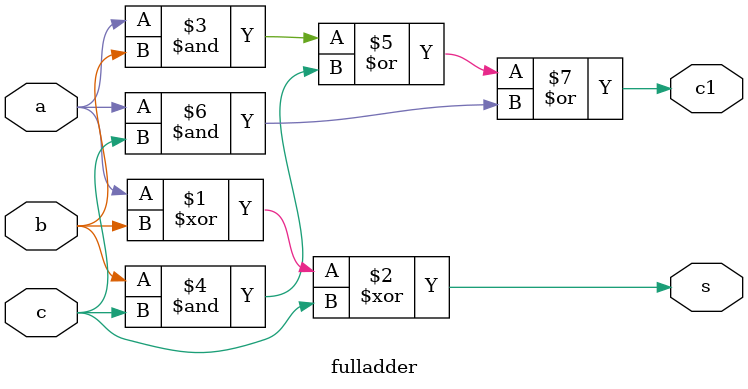
<source format=v>
module fulladder (a, b, c, c1, s); //we describe all the variables that we are going to use to built a full adder
	input a, b, c; //we need 3 inputs for full adder: a, b and carry
	output c1, s; //the outputs are carry1 and sum
	assign s = a ^ b ^ c; //boolean expression for sum (as written in the (b) part of the assignment). ^ denotes XOR
	assign c1 = (a&b) | (b&c) | (a&c); // "boolean expression for carry out, & denotes and, | denotes or"
endmodule

</source>
